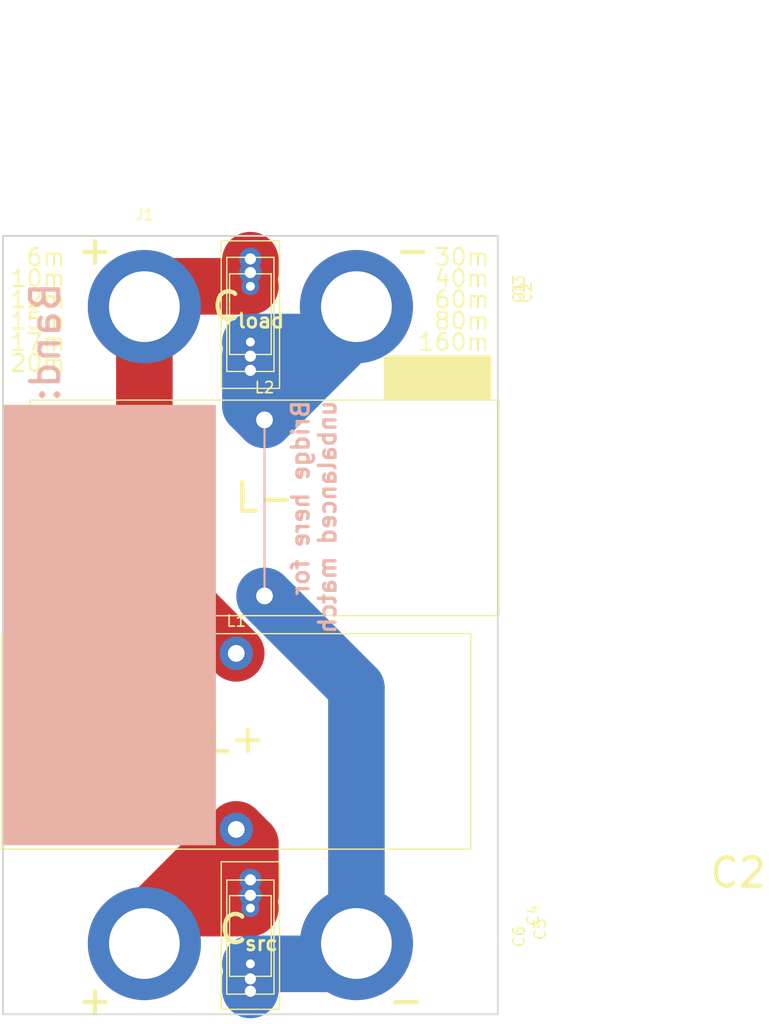
<source format=kicad_pcb>
(kicad_pcb (version 20171130) (host pcbnew 5.0.2-bee76a0~70~ubuntu16.04.1)

  (general
    (thickness 1.6)
    (drawings 32)
    (tracks 31)
    (zones 0)
    (modules 9)
    (nets 5)
  )

  (page A4)
  (layers
    (0 F.Cu signal)
    (31 B.Cu signal)
    (32 B.Adhes user)
    (33 F.Adhes user)
    (34 B.Paste user)
    (35 F.Paste user)
    (36 B.SilkS user)
    (37 F.SilkS user)
    (38 B.Mask user)
    (39 F.Mask user)
    (40 Dwgs.User user)
    (41 Cmts.User user)
    (42 Eco1.User user)
    (43 Eco2.User user)
    (44 Edge.Cuts user)
    (45 Margin user)
    (46 B.CrtYd user)
    (47 F.CrtYd user)
    (48 B.Fab user)
    (49 F.Fab user)
  )

  (setup
    (last_trace_width 5.08)
    (trace_clearance 0.2)
    (zone_clearance 0.508)
    (zone_45_only no)
    (trace_min 0.2)
    (segment_width 0.2)
    (edge_width 0.15)
    (via_size 0.8)
    (via_drill 0.4)
    (via_min_size 0.4)
    (via_min_drill 0.3)
    (uvia_size 0.3)
    (uvia_drill 0.1)
    (uvias_allowed no)
    (uvia_min_size 0.2)
    (uvia_min_drill 0.1)
    (pcb_text_width 0.3)
    (pcb_text_size 1.5 1.5)
    (mod_edge_width 0.15)
    (mod_text_size 1 1)
    (mod_text_width 0.15)
    (pad_size 1.524 1.524)
    (pad_drill 0.762)
    (pad_to_mask_clearance 0.051)
    (solder_mask_min_width 0.25)
    (aux_axis_origin 0 0)
    (visible_elements FFFFFF7F)
    (pcbplotparams
      (layerselection 0x010f0_ffffffff)
      (usegerberextensions false)
      (usegerberattributes false)
      (usegerberadvancedattributes false)
      (creategerberjobfile false)
      (excludeedgelayer true)
      (linewidth 0.100000)
      (plotframeref false)
      (viasonmask false)
      (mode 1)
      (useauxorigin false)
      (hpglpennumber 1)
      (hpglpenspeed 20)
      (hpglpendiameter 15.000000)
      (psnegative false)
      (psa4output false)
      (plotreference false)
      (plotvalue false)
      (plotinvisibletext false)
      (padsonsilk false)
      (subtractmaskfromsilk false)
      (outputformat 1)
      (mirror false)
      (drillshape 0)
      (scaleselection 1)
      (outputdirectory "gerbers/"))
  )

  (net 0 "")
  (net 1 "Net-(C1-Pad2)")
  (net 2 "Net-(C1-Pad1)")
  (net 3 Out+)
  (net 4 Out-)

  (net_class Default "This is the default net class."
    (clearance 0.2)
    (trace_width 5.08)
    (via_dia 0.8)
    (via_drill 0.4)
    (uvia_dia 0.3)
    (uvia_drill 0.1)
    (add_net "Net-(C1-Pad1)")
    (add_net "Net-(C1-Pad2)")
    (add_net Out+)
    (add_net Out-)
  )

  (module Capacitor_THT:C_Rect_L7.0mm_W3.5mm_P5.00mm (layer F.Cu) (tedit 5AE50EF0) (tstamp 6068A952)
    (at 127 77.55 270)
    (descr "C, Rect series, Radial, pin pitch=5.00mm, , length*width=7*3.5mm^2, Capacitor")
    (tags "C Rect series Radial pin pitch 5.00mm  length 7mm width 3.5mm Capacitor")
    (path /603D1784)
    (fp_text reference C1 (at 0.555 -24.13 270) (layer F.SilkS)
      (effects (font (size 1 1) (thickness 0.15)))
    )
    (fp_text value C_Small (at 2.5 3 270) (layer F.Fab)
      (effects (font (size 1 1) (thickness 0.15)))
    )
    (fp_text user %R (at 2.5 0 270) (layer F.Fab)
      (effects (font (size 1 1) (thickness 0.15)))
    )
    (fp_line (start 6.25 -2) (end -1.25 -2) (layer F.CrtYd) (width 0.05))
    (fp_line (start 6.25 2) (end 6.25 -2) (layer F.CrtYd) (width 0.05))
    (fp_line (start -1.25 2) (end 6.25 2) (layer F.CrtYd) (width 0.05))
    (fp_line (start -1.25 -2) (end -1.25 2) (layer F.CrtYd) (width 0.05))
    (fp_line (start 6.12 -1.87) (end 6.12 1.87) (layer F.SilkS) (width 0.12))
    (fp_line (start -1.12 -1.87) (end -1.12 1.87) (layer F.SilkS) (width 0.12))
    (fp_line (start -1.12 1.87) (end 6.12 1.87) (layer F.SilkS) (width 0.12))
    (fp_line (start -1.12 -1.87) (end 6.12 -1.87) (layer F.SilkS) (width 0.12))
    (fp_line (start 6 -1.75) (end -1 -1.75) (layer F.Fab) (width 0.1))
    (fp_line (start 6 1.75) (end 6 -1.75) (layer F.Fab) (width 0.1))
    (fp_line (start -1 1.75) (end 6 1.75) (layer F.Fab) (width 0.1))
    (fp_line (start -1 -1.75) (end -1 1.75) (layer F.Fab) (width 0.1))
    (pad 2 thru_hole circle (at 5 0 270) (size 1.6 1.6) (drill 0.8) (layers *.Cu *.Mask)
      (net 1 "Net-(C1-Pad2)"))
    (pad 1 thru_hole circle (at 0 0 270) (size 1.6 1.6) (drill 0.8) (layers *.Cu *.Mask)
      (net 2 "Net-(C1-Pad1)"))
    (model ${KISYS3DMOD}/Capacitor_THT.3dshapes/C_Rect_L7.0mm_W3.5mm_P5.00mm.wrl
      (at (xyz 0 0 0))
      (scale (xyz 1 1 1))
      (rotate (xyz 0 0 0))
    )
  )

  (module Capacitor_THT:C_Rect_L10.0mm_W4.0mm_P7.50mm_FKS3_FKP3 (layer F.Cu) (tedit 5AE50EF0) (tstamp 6068A965)
    (at 127 76.32 270)
    (descr "C, Rect series, Radial, pin pitch=7.50mm, , length*width=10*4mm^2, Capacitor, http://www.wima.com/EN/WIMA_FKS_3.pdf")
    (tags "C Rect series Radial pin pitch 7.50mm  length 10mm width 4mm Capacitor")
    (path /603D159E)
    (fp_text reference C2 (at 1.785 -24.765 270) (layer F.SilkS)
      (effects (font (size 1 1) (thickness 0.15)))
    )
    (fp_text value C_Small (at 3.75 3.25 270) (layer F.Fab)
      (effects (font (size 1 1) (thickness 0.15)))
    )
    (fp_line (start -1.25 -2) (end -1.25 2) (layer F.Fab) (width 0.1))
    (fp_line (start -1.25 2) (end 8.75 2) (layer F.Fab) (width 0.1))
    (fp_line (start 8.75 2) (end 8.75 -2) (layer F.Fab) (width 0.1))
    (fp_line (start 8.75 -2) (end -1.25 -2) (layer F.Fab) (width 0.1))
    (fp_line (start -1.37 -2.12) (end 8.87 -2.12) (layer F.SilkS) (width 0.12))
    (fp_line (start -1.37 2.12) (end 8.87 2.12) (layer F.SilkS) (width 0.12))
    (fp_line (start -1.37 -2.12) (end -1.37 2.12) (layer F.SilkS) (width 0.12))
    (fp_line (start 8.87 -2.12) (end 8.87 2.12) (layer F.SilkS) (width 0.12))
    (fp_line (start -1.5 -2.25) (end -1.5 2.25) (layer F.CrtYd) (width 0.05))
    (fp_line (start -1.5 2.25) (end 9 2.25) (layer F.CrtYd) (width 0.05))
    (fp_line (start 9 2.25) (end 9 -2.25) (layer F.CrtYd) (width 0.05))
    (fp_line (start 9 -2.25) (end -1.5 -2.25) (layer F.CrtYd) (width 0.05))
    (fp_text user %R (at 3.75 0 270) (layer F.Fab)
      (effects (font (size 1 1) (thickness 0.15)))
    )
    (pad 1 thru_hole circle (at 0 0 270) (size 2 2) (drill 1) (layers *.Cu *.Mask)
      (net 2 "Net-(C1-Pad1)"))
    (pad 2 thru_hole circle (at 7.5 0 270) (size 2 2) (drill 1) (layers *.Cu *.Mask)
      (net 1 "Net-(C1-Pad2)"))
    (model ${KISYS3DMOD}/Capacitor_THT.3dshapes/C_Rect_L10.0mm_W4.0mm_P7.50mm_FKS3_FKP3.wrl
      (at (xyz 0 0 0))
      (scale (xyz 1 1 1))
      (rotate (xyz 0 0 0))
    )
  )

  (module Capacitor_THT:C_Rect_L13.0mm_W5.0mm_P10.00mm_FKS3_FKP3_MKS4 (layer F.Cu) (tedit 5AE50EF0) (tstamp 6068A978)
    (at 127 75.09 270)
    (descr "C, Rect series, Radial, pin pitch=10.00mm, , length*width=13*5mm^2, Capacitor, http://www.wima.com/EN/WIMA_FKS_3.pdf, http://www.wima.com/EN/WIMA_MKS_4.pdf")
    (tags "C Rect series Radial pin pitch 10.00mm  length 13mm width 5mm Capacitor")
    (path /603D0DFA)
    (fp_text reference C3 (at 2.38 -24.13 270) (layer F.SilkS)
      (effects (font (size 1 1) (thickness 0.15)))
    )
    (fp_text value C_Small (at 5 3.75 270) (layer F.Fab)
      (effects (font (size 1 1) (thickness 0.15)))
    )
    (fp_line (start -1.5 -2.5) (end -1.5 2.5) (layer F.Fab) (width 0.1))
    (fp_line (start -1.5 2.5) (end 11.5 2.5) (layer F.Fab) (width 0.1))
    (fp_line (start 11.5 2.5) (end 11.5 -2.5) (layer F.Fab) (width 0.1))
    (fp_line (start 11.5 -2.5) (end -1.5 -2.5) (layer F.Fab) (width 0.1))
    (fp_line (start -1.62 -2.62) (end 11.62 -2.62) (layer F.SilkS) (width 0.12))
    (fp_line (start -1.62 2.62) (end 11.62 2.62) (layer F.SilkS) (width 0.12))
    (fp_line (start -1.62 -2.62) (end -1.62 2.62) (layer F.SilkS) (width 0.12))
    (fp_line (start 11.62 -2.62) (end 11.62 2.62) (layer F.SilkS) (width 0.12))
    (fp_line (start -1.75 -2.75) (end -1.75 2.75) (layer F.CrtYd) (width 0.05))
    (fp_line (start -1.75 2.75) (end 11.75 2.75) (layer F.CrtYd) (width 0.05))
    (fp_line (start 11.75 2.75) (end 11.75 -2.75) (layer F.CrtYd) (width 0.05))
    (fp_line (start 11.75 -2.75) (end -1.75 -2.75) (layer F.CrtYd) (width 0.05))
    (fp_text user %R (at 5 0 270) (layer F.Fab)
      (effects (font (size 1 1) (thickness 0.15)))
    )
    (pad 1 thru_hole circle (at 0 0 270) (size 2 2) (drill 1) (layers *.Cu *.Mask)
      (net 2 "Net-(C1-Pad1)"))
    (pad 2 thru_hole circle (at 10 0 270) (size 2 2) (drill 1) (layers *.Cu *.Mask)
      (net 1 "Net-(C1-Pad2)"))
    (model ${KISYS3DMOD}/Capacitor_THT.3dshapes/C_Rect_L13.0mm_W5.0mm_P10.00mm_FKS3_FKP3_MKS4.wrl
      (at (xyz 0 0 0))
      (scale (xyz 1 1 1))
      (rotate (xyz 0 0 0))
    )
  )

  (module Capacitor_THT:C_Rect_L7.0mm_W3.5mm_P5.00mm (layer F.Cu) (tedit 5AE50EF0) (tstamp 6068A98B)
    (at 127 133.35 270)
    (descr "C, Rect series, Radial, pin pitch=5.00mm, , length*width=7*3.5mm^2, Capacitor")
    (tags "C Rect series Radial pin pitch 5.00mm  length 7mm width 3.5mm Capacitor")
    (path /603D0DD0)
    (fp_text reference C4 (at 0.635 -25.4 270) (layer F.SilkS)
      (effects (font (size 1 1) (thickness 0.15)))
    )
    (fp_text value C_Small (at 2.5 3 270) (layer F.Fab)
      (effects (font (size 1 1) (thickness 0.15)))
    )
    (fp_line (start -1 -1.75) (end -1 1.75) (layer F.Fab) (width 0.1))
    (fp_line (start -1 1.75) (end 6 1.75) (layer F.Fab) (width 0.1))
    (fp_line (start 6 1.75) (end 6 -1.75) (layer F.Fab) (width 0.1))
    (fp_line (start 6 -1.75) (end -1 -1.75) (layer F.Fab) (width 0.1))
    (fp_line (start -1.12 -1.87) (end 6.12 -1.87) (layer F.SilkS) (width 0.12))
    (fp_line (start -1.12 1.87) (end 6.12 1.87) (layer F.SilkS) (width 0.12))
    (fp_line (start -1.12 -1.87) (end -1.12 1.87) (layer F.SilkS) (width 0.12))
    (fp_line (start 6.12 -1.87) (end 6.12 1.87) (layer F.SilkS) (width 0.12))
    (fp_line (start -1.25 -2) (end -1.25 2) (layer F.CrtYd) (width 0.05))
    (fp_line (start -1.25 2) (end 6.25 2) (layer F.CrtYd) (width 0.05))
    (fp_line (start 6.25 2) (end 6.25 -2) (layer F.CrtYd) (width 0.05))
    (fp_line (start 6.25 -2) (end -1.25 -2) (layer F.CrtYd) (width 0.05))
    (fp_text user %R (at 2.5 0 270) (layer F.Fab)
      (effects (font (size 1 1) (thickness 0.15)))
    )
    (pad 1 thru_hole circle (at 0 0 270) (size 1.6 1.6) (drill 0.8) (layers *.Cu *.Mask)
      (net 3 Out+))
    (pad 2 thru_hole circle (at 5 0 270) (size 1.6 1.6) (drill 0.8) (layers *.Cu *.Mask)
      (net 4 Out-))
    (model ${KISYS3DMOD}/Capacitor_THT.3dshapes/C_Rect_L7.0mm_W3.5mm_P5.00mm.wrl
      (at (xyz 0 0 0))
      (scale (xyz 1 1 1))
      (rotate (xyz 0 0 0))
    )
  )

  (module Capacitor_THT:C_Rect_L10.0mm_W4.0mm_P7.50mm_FKS3_FKP3 (layer F.Cu) (tedit 5AE50EF0) (tstamp 6068A99E)
    (at 127 132.2 270)
    (descr "C, Rect series, Radial, pin pitch=7.50mm, , length*width=10*4mm^2, Capacitor, http://www.wima.com/EN/WIMA_FKS_3.pdf")
    (tags "C Rect series Radial pin pitch 7.50mm  length 10mm width 4mm Capacitor")
    (path /603D1970)
    (fp_text reference C5 (at 3.055 -26.035 270) (layer F.SilkS)
      (effects (font (size 1 1) (thickness 0.15)))
    )
    (fp_text value C_Small (at 3.75 3.25 270) (layer F.Fab)
      (effects (font (size 1 1) (thickness 0.15)))
    )
    (fp_text user %R (at 3.75 0 270) (layer F.Fab)
      (effects (font (size 1 1) (thickness 0.15)))
    )
    (fp_line (start 9 -2.25) (end -1.5 -2.25) (layer F.CrtYd) (width 0.05))
    (fp_line (start 9 2.25) (end 9 -2.25) (layer F.CrtYd) (width 0.05))
    (fp_line (start -1.5 2.25) (end 9 2.25) (layer F.CrtYd) (width 0.05))
    (fp_line (start -1.5 -2.25) (end -1.5 2.25) (layer F.CrtYd) (width 0.05))
    (fp_line (start 8.87 -2.12) (end 8.87 2.12) (layer F.SilkS) (width 0.12))
    (fp_line (start -1.37 -2.12) (end -1.37 2.12) (layer F.SilkS) (width 0.12))
    (fp_line (start -1.37 2.12) (end 8.87 2.12) (layer F.SilkS) (width 0.12))
    (fp_line (start -1.37 -2.12) (end 8.87 -2.12) (layer F.SilkS) (width 0.12))
    (fp_line (start 8.75 -2) (end -1.25 -2) (layer F.Fab) (width 0.1))
    (fp_line (start 8.75 2) (end 8.75 -2) (layer F.Fab) (width 0.1))
    (fp_line (start -1.25 2) (end 8.75 2) (layer F.Fab) (width 0.1))
    (fp_line (start -1.25 -2) (end -1.25 2) (layer F.Fab) (width 0.1))
    (pad 2 thru_hole circle (at 7.5 0 270) (size 2 2) (drill 1) (layers *.Cu *.Mask)
      (net 4 Out-))
    (pad 1 thru_hole circle (at 0 0 270) (size 2 2) (drill 1) (layers *.Cu *.Mask)
      (net 3 Out+))
    (model ${KISYS3DMOD}/Capacitor_THT.3dshapes/C_Rect_L10.0mm_W4.0mm_P7.50mm_FKS3_FKP3.wrl
      (at (xyz 0 0 0))
      (scale (xyz 1 1 1))
      (rotate (xyz 0 0 0))
    )
  )

  (module Capacitor_THT:C_Rect_L13.0mm_W5.0mm_P10.00mm_FKS3_FKP3_MKS4 (layer F.Cu) (tedit 5AE50EF0) (tstamp 6068A9B1)
    (at 127 130.81 270)
    (descr "C, Rect series, Radial, pin pitch=10.00mm, , length*width=13*5mm^2, Capacitor, http://www.wima.com/EN/WIMA_FKS_3.pdf, http://www.wima.com/EN/WIMA_MKS_4.pdf")
    (tags "C Rect series Radial pin pitch 10.00mm  length 13mm width 5mm Capacitor")
    (path /603D1998)
    (fp_text reference C6 (at 5.08 -24.13 270) (layer F.SilkS)
      (effects (font (size 1 1) (thickness 0.15)))
    )
    (fp_text value C_Small (at 5 3.75 270) (layer F.Fab)
      (effects (font (size 1 1) (thickness 0.15)))
    )
    (fp_text user %R (at 5 0 270) (layer F.Fab)
      (effects (font (size 1 1) (thickness 0.15)))
    )
    (fp_line (start 11.75 -2.75) (end -1.75 -2.75) (layer F.CrtYd) (width 0.05))
    (fp_line (start 11.75 2.75) (end 11.75 -2.75) (layer F.CrtYd) (width 0.05))
    (fp_line (start -1.75 2.75) (end 11.75 2.75) (layer F.CrtYd) (width 0.05))
    (fp_line (start -1.75 -2.75) (end -1.75 2.75) (layer F.CrtYd) (width 0.05))
    (fp_line (start 11.62 -2.62) (end 11.62 2.62) (layer F.SilkS) (width 0.12))
    (fp_line (start -1.62 -2.62) (end -1.62 2.62) (layer F.SilkS) (width 0.12))
    (fp_line (start -1.62 2.62) (end 11.62 2.62) (layer F.SilkS) (width 0.12))
    (fp_line (start -1.62 -2.62) (end 11.62 -2.62) (layer F.SilkS) (width 0.12))
    (fp_line (start 11.5 -2.5) (end -1.5 -2.5) (layer F.Fab) (width 0.1))
    (fp_line (start 11.5 2.5) (end 11.5 -2.5) (layer F.Fab) (width 0.1))
    (fp_line (start -1.5 2.5) (end 11.5 2.5) (layer F.Fab) (width 0.1))
    (fp_line (start -1.5 -2.5) (end -1.5 2.5) (layer F.Fab) (width 0.1))
    (pad 2 thru_hole circle (at 10 0 270) (size 2 2) (drill 1) (layers *.Cu *.Mask)
      (net 4 Out-))
    (pad 1 thru_hole circle (at 0 0 270) (size 2 2) (drill 1) (layers *.Cu *.Mask)
      (net 3 Out+))
    (model ${KISYS3DMOD}/Capacitor_THT.3dshapes/C_Rect_L13.0mm_W5.0mm_P10.00mm_FKS3_FKP3_MKS4.wrl
      (at (xyz 0 0 0))
      (scale (xyz 1 1 1))
      (rotate (xyz 0 0 0))
    )
  )

  (module Inductor_THT:L_Toroid_Vertical_L41.9mm_W19.1mm_P15.80mm_Vishay_TJ7 (layer F.Cu) (tedit 5AE59B06) (tstamp 6068A9DA)
    (at 125.73 110.49)
    (descr "L_Toroid, Vertical series, Radial, pin pitch=15.80mm, , length*width=41.9*19.1mm^2, Vishay, TJ7, http://www.vishay.com/docs/34079/tj.pdf")
    (tags "L_Toroid Vertical series Radial pin pitch 15.80mm  length 41.9mm width 19.1mm Vishay TJ7")
    (path /603D0CF5)
    (fp_text reference L1 (at 0 -2.9) (layer F.SilkS)
      (effects (font (size 1 1) (thickness 0.15)))
    )
    (fp_text value L_Core_Ferrite (at 0 18.7) (layer F.Fab)
      (effects (font (size 1 1) (thickness 0.15)))
    )
    (fp_line (start -20.95 -1.65) (end -20.95 17.45) (layer F.Fab) (width 0.1))
    (fp_line (start -20.95 17.45) (end 20.95 17.45) (layer F.Fab) (width 0.1))
    (fp_line (start 20.95 17.45) (end 20.95 -1.65) (layer F.Fab) (width 0.1))
    (fp_line (start 20.95 -1.65) (end -20.95 -1.65) (layer F.Fab) (width 0.1))
    (fp_line (start -20.95 -1.65) (end -18.855 17.45) (layer F.Fab) (width 0.1))
    (fp_line (start -16.76 -1.65) (end -14.665 17.45) (layer F.Fab) (width 0.1))
    (fp_line (start -12.57 -1.65) (end -10.475 17.45) (layer F.Fab) (width 0.1))
    (fp_line (start -8.38 -1.65) (end -6.285 17.45) (layer F.Fab) (width 0.1))
    (fp_line (start -4.19 -1.65) (end -2.095 17.45) (layer F.Fab) (width 0.1))
    (fp_line (start 0 -1.65) (end 2.095 17.45) (layer F.Fab) (width 0.1))
    (fp_line (start 4.19 -1.65) (end 6.285 17.45) (layer F.Fab) (width 0.1))
    (fp_line (start 8.38 -1.65) (end 10.475 17.45) (layer F.Fab) (width 0.1))
    (fp_line (start 12.57 -1.65) (end 14.665 17.45) (layer F.Fab) (width 0.1))
    (fp_line (start 16.76 -1.65) (end 18.855 17.45) (layer F.Fab) (width 0.1))
    (fp_line (start -21.07 -1.77) (end 21.07 -1.77) (layer F.SilkS) (width 0.12))
    (fp_line (start -21.07 17.57) (end 21.07 17.57) (layer F.SilkS) (width 0.12))
    (fp_line (start -21.07 -1.77) (end -21.07 17.57) (layer F.SilkS) (width 0.12))
    (fp_line (start 21.07 -1.77) (end 21.07 17.57) (layer F.SilkS) (width 0.12))
    (fp_line (start -21.2 -1.91) (end -21.2 17.71) (layer F.CrtYd) (width 0.05))
    (fp_line (start -21.2 17.71) (end 21.2 17.71) (layer F.CrtYd) (width 0.05))
    (fp_line (start 21.2 17.71) (end 21.2 -1.91) (layer F.CrtYd) (width 0.05))
    (fp_line (start 21.2 -1.91) (end -21.2 -1.91) (layer F.CrtYd) (width 0.05))
    (fp_text user %R (at 7.9 0) (layer F.Fab)
      (effects (font (size 1 1) (thickness 0.15)))
    )
    (pad 1 thru_hole circle (at 0 0) (size 3 3) (drill 1.5) (layers *.Cu *.Mask)
      (net 2 "Net-(C1-Pad1)"))
    (pad 2 thru_hole circle (at 0 15.8) (size 3 3) (drill 1.5) (layers *.Cu *.Mask)
      (net 3 Out+))
    (model ${KISYS3DMOD}/Inductor_THT.3dshapes/L_Toroid_Vertical_L41.9mm_W19.1mm_P15.80mm_Vishay_TJ7.wrl
      (at (xyz 0 0 0))
      (scale (xyz 1 1 1))
      (rotate (xyz 0 0 0))
    )
  )

  (module Inductor_THT:L_Toroid_Vertical_L41.9mm_W19.1mm_P15.80mm_Vishay_TJ7 (layer F.Cu) (tedit 5AE59B06) (tstamp 6068A9F7)
    (at 128.27 89.535)
    (descr "L_Toroid, Vertical series, Radial, pin pitch=15.80mm, , length*width=41.9*19.1mm^2, Vishay, TJ7, http://www.vishay.com/docs/34079/tj.pdf")
    (tags "L_Toroid Vertical series Radial pin pitch 15.80mm  length 41.9mm width 19.1mm Vishay TJ7")
    (path /603D0D59)
    (fp_text reference L2 (at 0 -2.9) (layer F.SilkS)
      (effects (font (size 1 1) (thickness 0.15)))
    )
    (fp_text value L_Core_Ferrite (at 0 18.7) (layer F.Fab)
      (effects (font (size 1 1) (thickness 0.15)))
    )
    (fp_text user %R (at 7.9 0) (layer F.Fab)
      (effects (font (size 1 1) (thickness 0.15)))
    )
    (fp_line (start 21.2 -1.91) (end -21.2 -1.91) (layer F.CrtYd) (width 0.05))
    (fp_line (start 21.2 17.71) (end 21.2 -1.91) (layer F.CrtYd) (width 0.05))
    (fp_line (start -21.2 17.71) (end 21.2 17.71) (layer F.CrtYd) (width 0.05))
    (fp_line (start -21.2 -1.91) (end -21.2 17.71) (layer F.CrtYd) (width 0.05))
    (fp_line (start 21.07 -1.77) (end 21.07 17.57) (layer F.SilkS) (width 0.12))
    (fp_line (start -21.07 -1.77) (end -21.07 17.57) (layer F.SilkS) (width 0.12))
    (fp_line (start -21.07 17.57) (end 21.07 17.57) (layer F.SilkS) (width 0.12))
    (fp_line (start -21.07 -1.77) (end 21.07 -1.77) (layer F.SilkS) (width 0.12))
    (fp_line (start 16.76 -1.65) (end 18.855 17.45) (layer F.Fab) (width 0.1))
    (fp_line (start 12.57 -1.65) (end 14.665 17.45) (layer F.Fab) (width 0.1))
    (fp_line (start 8.38 -1.65) (end 10.475 17.45) (layer F.Fab) (width 0.1))
    (fp_line (start 4.19 -1.65) (end 6.285 17.45) (layer F.Fab) (width 0.1))
    (fp_line (start 0 -1.65) (end 2.095 17.45) (layer F.Fab) (width 0.1))
    (fp_line (start -4.19 -1.65) (end -2.095 17.45) (layer F.Fab) (width 0.1))
    (fp_line (start -8.38 -1.65) (end -6.285 17.45) (layer F.Fab) (width 0.1))
    (fp_line (start -12.57 -1.65) (end -10.475 17.45) (layer F.Fab) (width 0.1))
    (fp_line (start -16.76 -1.65) (end -14.665 17.45) (layer F.Fab) (width 0.1))
    (fp_line (start -20.95 -1.65) (end -18.855 17.45) (layer F.Fab) (width 0.1))
    (fp_line (start 20.95 -1.65) (end -20.95 -1.65) (layer F.Fab) (width 0.1))
    (fp_line (start 20.95 17.45) (end 20.95 -1.65) (layer F.Fab) (width 0.1))
    (fp_line (start -20.95 17.45) (end 20.95 17.45) (layer F.Fab) (width 0.1))
    (fp_line (start -20.95 -1.65) (end -20.95 17.45) (layer F.Fab) (width 0.1))
    (pad 2 thru_hole circle (at 0 15.8) (size 3 3) (drill 1.5) (layers *.Cu *.Mask)
      (net 4 Out-))
    (pad 1 thru_hole circle (at 0 0) (size 3 3) (drill 1.5) (layers *.Cu *.Mask)
      (net 1 "Net-(C1-Pad2)"))
    (model ${KISYS3DMOD}/Inductor_THT.3dshapes/L_Toroid_Vertical_L41.9mm_W19.1mm_P15.80mm_Vishay_TJ7.wrl
      (at (xyz 0 0 0))
      (scale (xyz 1 1 1))
      (rotate (xyz 0 0 0))
    )
  )

  (module Libraries:MatchingNetworkModule (layer F.Cu) (tedit 60319C3C) (tstamp 6068BE16)
    (at 117.475 79.375)
    (path /603D3618)
    (fp_text reference J1 (at 0 -8.255) (layer F.SilkS)
      (effects (font (size 1 1) (thickness 0.15)))
    )
    (fp_text value Conn_02x02_Top_Bottom (at 0 -26.67) (layer F.Fab)
      (effects (font (size 1 1) (thickness 0.15)))
    )
    (fp_line (start -12.7 -6.35) (end -12.7 57.15) (layer F.SilkS) (width 0.15))
    (fp_line (start -6.35 63.5) (end 25.4 63.5) (layer F.SilkS) (width 0.15))
    (fp_line (start 31.75 57.15) (end 31.75 -6.35) (layer F.SilkS) (width 0.15))
    (fp_line (start 25.4 -6.35) (end -6.35 -6.35) (layer F.SilkS) (width 0.15))
    (fp_line (start -12.7 57.15) (end -12.7 63.5) (layer F.SilkS) (width 0.15))
    (fp_line (start -12.7 63.5) (end -6.35 63.5) (layer F.SilkS) (width 0.15))
    (fp_line (start 25.4 63.5) (end 31.75 63.5) (layer F.SilkS) (width 0.15))
    (fp_line (start 31.75 63.5) (end 31.75 57.15) (layer F.SilkS) (width 0.15))
    (fp_line (start -12.7 -6.35) (end -6.35 -6.35) (layer F.SilkS) (width 0.15))
    (fp_line (start 25.4 -6.35) (end 31.75 -6.35) (layer F.SilkS) (width 0.15))
    (pad 1 thru_hole circle (at 0 0) (size 10.16 10.16) (drill 6.35) (layers *.Cu *.Mask)
      (net 2 "Net-(C1-Pad1)"))
    (pad 2 thru_hole circle (at 19.05 0) (size 10.16 10.16) (drill 6.35) (layers *.Cu *.Mask)
      (net 1 "Net-(C1-Pad2)"))
    (pad 3 thru_hole circle (at 0 57.15) (size 10.16 10.16) (drill 6.35) (layers *.Cu *.Mask)
      (net 3 Out+))
    (pad 4 thru_hole circle (at 19.05 57.15) (size 10.16 10.16) (drill 6.35) (layers *.Cu *.Mask)
      (net 4 Out-))
  )

  (gr_poly (pts (xy 139.065 83.82) (xy 139.065 87.63) (xy 148.59 87.63) (xy 148.59 83.82)) (layer F.SilkS) (width 0.15))
  (gr_text 6m (at 110.49 74.93) (layer F.SilkS) (tstamp 60898A43)
    (effects (font (size 1.524 1.524) (thickness 0.1905)) (justify right))
  )
  (gr_text 160m (at 148.59 82.55) (layer F.SilkS) (tstamp 60898A33)
    (effects (font (size 1.524 1.524) (thickness 0.1905)) (justify right))
  )
  (gr_text 80m (at 148.59 80.645) (layer F.SilkS) (tstamp 60898A2F)
    (effects (font (size 1.524 1.524) (thickness 0.1905)) (justify right))
  )
  (gr_text 60m (at 148.59 78.74) (layer F.SilkS) (tstamp 60898A1A)
    (effects (font (size 1.524 1.524) (thickness 0.1905)) (justify right))
  )
  (gr_text 30m (at 148.59 74.93) (layer F.SilkS) (tstamp 60898A19)
    (effects (font (size 1.524 1.524) (thickness 0.1905)) (justify right))
  )
  (gr_text 20m (at 110.49 84.455) (layer F.SilkS) (tstamp 60898A18)
    (effects (font (size 1.524 1.524) (thickness 0.1905)) (justify right))
  )
  (gr_text 40m (at 148.59 76.835) (layer F.SilkS) (tstamp 60898A17)
    (effects (font (size 1.524 1.524) (thickness 0.1905)) (justify right))
  )
  (gr_text 17m (at 110.49 82.55) (layer F.SilkS) (tstamp 60898A14)
    (effects (font (size 1.524 1.524) (thickness 0.1905)) (justify right))
  )
  (gr_text 15m (at 110.49 80.645) (layer F.SilkS) (tstamp 60898A13)
    (effects (font (size 1.524 1.524) (thickness 0.1905)) (justify right))
  )
  (gr_text 12m (at 110.49 78.74) (layer F.SilkS) (tstamp 60898A11)
    (effects (font (size 1.524 1.524) (thickness 0.1905)) (justify right))
  )
  (gr_text 10m (at 110.49 76.835) (layer F.SilkS) (tstamp 60898A0D)
    (effects (font (size 1.524 1.524) (thickness 0.1905)) (justify right))
  )
  (gr_text Band: (at 108.585 82.55 90) (layer B.SilkS) (tstamp 6089896E)
    (effects (font (size 2.54 2.54) (thickness 0.381)) (justify mirror))
  )
  (gr_poly (pts (xy 104.775 127.635) (xy 123.825 127.635) (xy 123.825 88.265) (xy 104.775 88.265)) (layer B.SilkS) (width 0.15))
  (gr_text C (at 127 135.255) (layer F.SilkS) (tstamp 6089886F)
    (effects (font (size 2.54 2.54) (thickness 0.381)) (justify right))
  )
  (gr_text src (at 126.365 136.525) (layer F.SilkS) (tstamp 6089886E)
    (effects (font (size 1.27 1.27) (thickness 0.254)) (justify left))
  )
  (gr_text load (at 125.73 80.645) (layer F.SilkS) (tstamp 60898863)
    (effects (font (size 1.27 1.27) (thickness 0.254)) (justify left))
  )
  (gr_text L- (at 128.27 96.52) (layer F.SilkS) (tstamp 60898815)
    (effects (font (size 2.54 2.54) (thickness 0.381)))
  )
  (gr_text L+ (at 125.73 118.11) (layer F.SilkS) (tstamp 60898792)
    (effects (font (size 2.54 2.54) (thickness 0.381)))
  )
  (gr_text C2 (at 170.815 130.175) (layer F.SilkS) (tstamp 60898792)
    (effects (font (size 2.54 2.54) (thickness 0.381)))
  )
  (gr_text C (at 126.365 79.375) (layer F.SilkS) (tstamp 6089878E)
    (effects (font (size 2.54 2.54) (thickness 0.381)) (justify right))
  )
  (gr_line (start 149.225 73.025) (end 104.775 73.025) (layer Edge.Cuts) (width 0.15))
  (gr_line (start 149.225 142.875) (end 149.225 73.025) (layer Edge.Cuts) (width 0.15))
  (gr_line (start 104.775 142.875) (end 149.225 142.875) (layer Edge.Cuts) (width 0.15))
  (gr_line (start 104.775 73.025) (end 104.775 142.875) (layer Edge.Cuts) (width 0.15))
  (gr_text "Bridge here for\nunbalanced match" (at 132.715 87.63 90) (layer B.SilkS)
    (effects (font (size 1.5 1.5) (thickness 0.3)) (justify left mirror))
  )
  (gr_line (start 128.27 105.41) (end 128.27 89.535) (layer B.SilkS) (width 0.2))
  (gr_text - (at 141.605 74.295) (layer F.SilkS) (tstamp 6068BF9D)
    (effects (font (size 2.54 2.54) (thickness 0.381)))
  )
  (gr_text - (at 140.97 141.605) (layer F.SilkS) (tstamp 6068BF87)
    (effects (font (size 2.54 2.54) (thickness 0.381)))
  )
  (gr_text + (at 113.03 141.605) (layer F.SilkS) (tstamp 6068BF87)
    (effects (font (size 2.54 2.54) (thickness 0.381)))
  )
  (gr_text + (at 113.03 74.295) (layer F.SilkS) (tstamp 60898969)
    (effects (font (size 2.54 2.54) (thickness 0.381)))
  )
  (gr_line (start 127 69.85) (end 127 139.7) (layer Dwgs.User) (width 0.2))

  (segment (start 136.525 81.28) (end 136.525 79.375) (width 3.81) (layer F.Cu) (net 1))
  (segment (start 134.62 77.47) (end 136.525 79.375) (width 3.81) (layer F.Cu) (net 1))
  (segment (start 136.525 81.28) (end 136.525 79.375) (width 3.81) (layer B.Cu) (net 1))
  (segment (start 128.27 89.535) (end 136.525 81.28) (width 5.08) (layer B.Cu) (net 1))
  (segment (start 127 85.09) (end 127 83.82) (width 5.08) (layer B.Cu) (net 1))
  (segment (start 127 83.82) (end 127 82.55) (width 3.81) (layer B.Cu) (net 1))
  (segment (start 133.35 82.55) (end 136.525 79.375) (width 3.81) (layer B.Cu) (net 1))
  (segment (start 127 82.55) (end 133.35 82.55) (width 5.08) (layer B.Cu) (net 1))
  (segment (start 127 88.265) (end 128.27 89.535) (width 5.08) (layer B.Cu) (net 1))
  (segment (start 127 85.09) (end 127 88.265) (width 5.08) (layer B.Cu) (net 1))
  (segment (start 117.475 102.235) (end 125.73 110.49) (width 5.08) (layer F.Cu) (net 2))
  (segment (start 117.475 79.375) (end 117.475 102.235) (width 5.08) (layer F.Cu) (net 2))
  (segment (start 127 76.32) (end 127 75.20501) (width 5.08) (layer F.Cu) (net 2))
  (segment (start 127 76.32) (end 127 77.55) (width 3.81) (layer F.Cu) (net 2))
  (segment (start 119.3 77.55) (end 117.475 79.375) (width 3.81) (layer F.Cu) (net 2))
  (segment (start 127 77.55) (end 119.3 77.55) (width 5.08) (layer F.Cu) (net 2))
  (segment (start 125.73 126.29) (end 121.285 130.735) (width 5.08) (layer F.Cu) (net 3))
  (segment (start 117.475 134.545) (end 121.285 130.735) (width 5.08) (layer F.Cu) (net 3))
  (segment (start 117.475 136.525) (end 117.475 134.545) (width 3.81) (layer F.Cu) (net 3))
  (segment (start 127 133.35) (end 127 132.2) (width 3.81) (layer F.Cu) (net 3))
  (segment (start 127 132.2) (end 127 130.81) (width 5.08) (layer F.Cu) (net 3))
  (segment (start 120.65 133.35) (end 117.475 136.525) (width 3.81) (layer F.Cu) (net 3))
  (segment (start 127 133.35) (end 120.65 133.35) (width 5.08) (layer F.Cu) (net 3))
  (segment (start 127 127.56) (end 125.73 126.29) (width 5.08) (layer F.Cu) (net 3))
  (segment (start 127 130.81) (end 127 127.56) (width 5.08) (layer F.Cu) (net 3))
  (segment (start 136.525 113.59) (end 136.525 136.525) (width 5.08) (layer B.Cu) (net 4))
  (segment (start 128.27 105.335) (end 136.525 113.59) (width 5.08) (layer B.Cu) (net 4))
  (segment (start 127 138.35) (end 127 139.7) (width 3.81) (layer B.Cu) (net 4))
  (segment (start 127 139.7) (end 127 140.69499) (width 5.08) (layer B.Cu) (net 4))
  (segment (start 134.7 138.35) (end 136.525 136.525) (width 3.81) (layer B.Cu) (net 4))
  (segment (start 127 138.35) (end 134.7 138.35) (width 5.08) (layer B.Cu) (net 4))

)

</source>
